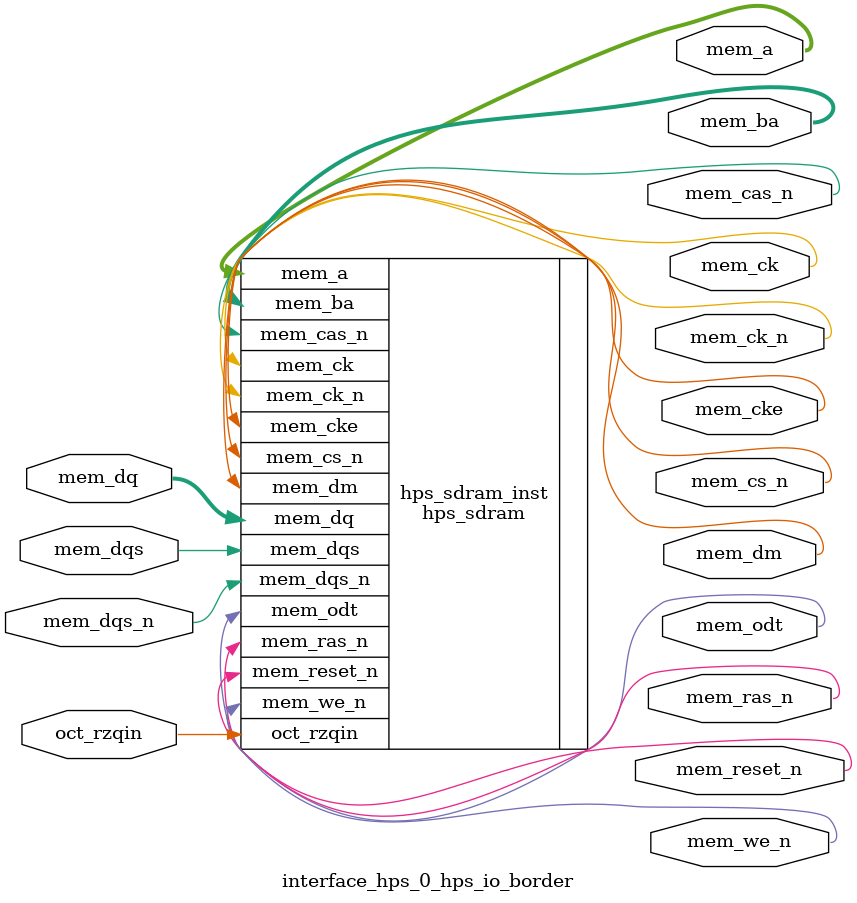
<source format=sv>


module interface_hps_0_hps_io_border(
// memory
  output wire [13 - 1 : 0 ] mem_a
 ,output wire [3 - 1 : 0 ] mem_ba
 ,output wire [1 - 1 : 0 ] mem_ck
 ,output wire [1 - 1 : 0 ] mem_ck_n
 ,output wire [1 - 1 : 0 ] mem_cke
 ,output wire [1 - 1 : 0 ] mem_cs_n
 ,output wire [1 - 1 : 0 ] mem_ras_n
 ,output wire [1 - 1 : 0 ] mem_cas_n
 ,output wire [1 - 1 : 0 ] mem_we_n
 ,output wire [1 - 1 : 0 ] mem_reset_n
 ,inout wire [8 - 1 : 0 ] mem_dq
 ,inout wire [1 - 1 : 0 ] mem_dqs
 ,inout wire [1 - 1 : 0 ] mem_dqs_n
 ,output wire [1 - 1 : 0 ] mem_odt
 ,output wire [1 - 1 : 0 ] mem_dm
 ,input wire [1 - 1 : 0 ] oct_rzqin
);


hps_sdram hps_sdram_inst(
 .mem_dq({
    mem_dq[7:0] // 7:0
  })
,.mem_odt({
    mem_odt[0:0] // 0:0
  })
,.mem_ras_n({
    mem_ras_n[0:0] // 0:0
  })
,.mem_dqs_n({
    mem_dqs_n[0:0] // 0:0
  })
,.mem_dqs({
    mem_dqs[0:0] // 0:0
  })
,.mem_dm({
    mem_dm[0:0] // 0:0
  })
,.mem_we_n({
    mem_we_n[0:0] // 0:0
  })
,.mem_cas_n({
    mem_cas_n[0:0] // 0:0
  })
,.mem_ba({
    mem_ba[2:0] // 2:0
  })
,.mem_a({
    mem_a[12:0] // 12:0
  })
,.mem_cs_n({
    mem_cs_n[0:0] // 0:0
  })
,.mem_ck({
    mem_ck[0:0] // 0:0
  })
,.mem_cke({
    mem_cke[0:0] // 0:0
  })
,.oct_rzqin({
    oct_rzqin[0:0] // 0:0
  })
,.mem_reset_n({
    mem_reset_n[0:0] // 0:0
  })
,.mem_ck_n({
    mem_ck_n[0:0] // 0:0
  })
);

endmodule


</source>
